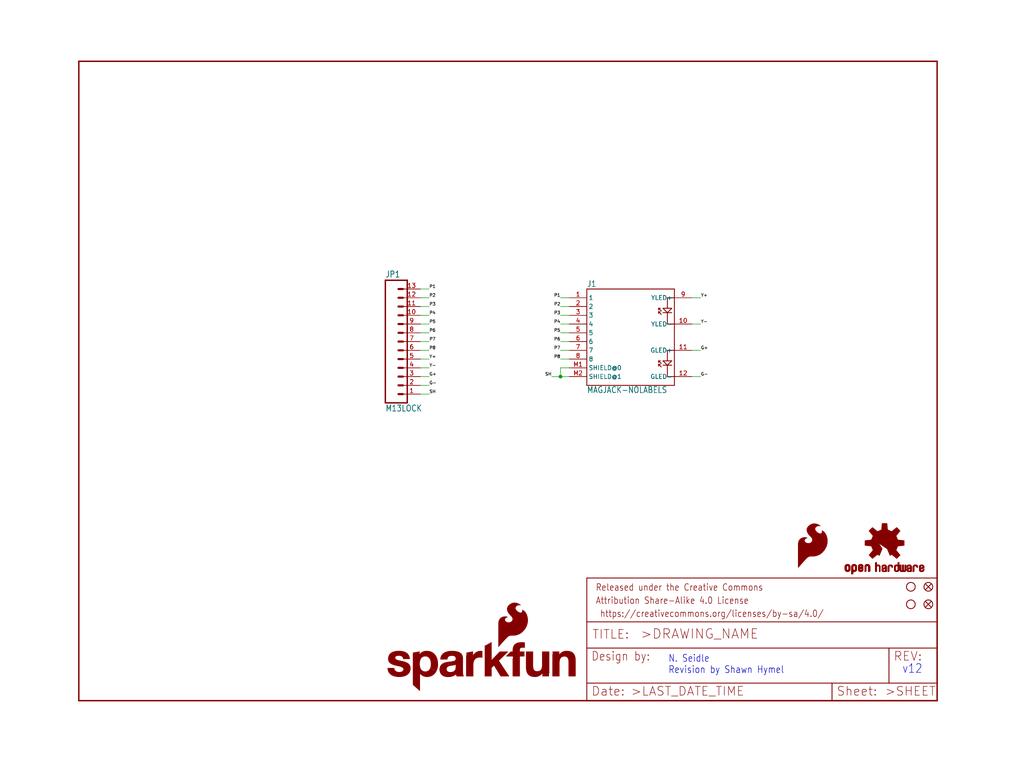
<source format=kicad_sch>
(kicad_sch (version 20211123) (generator eeschema)
  (paper "User" 297.002 223.926)
  (lib_symbols
    (symbol "eagleSchem-eagle-import:FIDUCIAL1X2")
    (symbol "eagleSchem-eagle-import:FRAME-LETTER"
      (symbol "FRAME-LETTER_2_0"
        (text " https://creativecommons.org/licenses/by-sa/4.0/" (at 2.54 24.13 0) (effects (font (size 1.9304 1.6408)) (justify left bottom)))
        (text ">DRAWING_NAME" (at 15.494 17.78 0) (effects (font (size 2.7432 2.7432)) (justify left bottom)))
        (text ">LAST_DATE_TIME" (at 12.7 1.27 0) (effects (font (size 2.54 2.54)) (justify left bottom)))
        (text ">SHEET" (at 86.36 1.27 0) (effects (font (size 2.54 2.54)) (justify left bottom)))
        (text "Attribution Share-Alike 4.0 License" (at 2.54 27.94 0) (effects (font (size 1.9304 1.6408)) (justify left bottom)))
        (text "Date:" (at 1.27 1.27 0) (effects (font (size 2.54 2.54)) (justify left bottom)))
        (text "Design by:" (at 1.27 11.43 0) (effects (font (size 2.54 2.159)) (justify left bottom)))
        (text "Released under the Creative Commons" (at 2.54 31.75 0) (effects (font (size 1.9304 1.6408)) (justify left bottom)))
        (text "REV:" (at 88.9 11.43 0) (effects (font (size 2.54 2.54)) (justify left bottom)))
        (text "Sheet:" (at 72.39 1.27 0) (effects (font (size 2.54 2.54)) (justify left bottom)))
        (text "TITLE:" (at 1.524 17.78 0) (effects (font (size 2.54 2.54)) (justify left bottom)))
      )
    )
    (symbol "eagleSchem-eagle-import:M13LOCK"
      (property "Reference" "JP" (at 0 18.542 0))
      (property "Value" "M13LOCK" (at 0 -20.32 0))
      (symbol "M13LOCK_1_0"
        (pin passive line (at 10.16 -15.24 180) (length 5.08) (name "1") (number "1"))
        (pin passive line (at 10.16 7.62 180) (length 5.08) (name "10") (number "10"))
        (pin passive line (at 10.16 10.16 180) (length 5.08) (name "11") (number "11"))
        (pin passive line (at 10.16 12.7 180) (length 5.08) (name "12") (number "12"))
        (pin passive line (at 10.16 15.24 180) (length 5.08) (name "13") (number "13"))
        (pin passive line (at 10.16 -12.7 180) (length 5.08) (name "2") (number "2"))
        (pin passive line (at 10.16 -10.16 180) (length 5.08) (name "3") (number "3"))
        (pin passive line (at 10.16 -7.62 180) (length 5.08) (name "4") (number "4"))
        (pin passive line (at 10.16 -5.08 180) (length 5.08) (name "5") (number "5"))
        (pin passive line (at 10.16 -2.54 180) (length 5.08) (name "6") (number "6"))
        (pin passive line (at 10.16 0 180) (length 5.08) (name "7") (number "7"))
        (pin passive line (at 10.16 2.54 180) (length 5.08) (name "8") (number "8"))
        (pin passive line (at 10.16 5.08 180) (length 5.08) (name "9") (number "9"))
      )
    )
    (symbol "eagleSchem-eagle-import:MAGJACK-NOLABELS"
      (property "Reference" "J" (at -12.7 13.208 0))
      (property "Value" "MAGJACK-NOLABELS" (at -12.7 -17.526 0))
      (symbol "MAGJACK-NOLABELS_1_0"
        (pin bidirectional line (at -17.78 10.16 0) (length 5.08) (name "1") (number "1"))
        (pin bidirectional line (at 17.78 2.54 180) (length 5.08) (name "YLED-") (number "10"))
        (pin bidirectional line (at 17.78 -5.08 180) (length 5.08) (name "GLED+") (number "11"))
        (pin bidirectional line (at 17.78 -12.7 180) (length 5.08) (name "GLED-") (number "12"))
        (pin bidirectional line (at -17.78 7.62 0) (length 5.08) (name "2") (number "2"))
        (pin bidirectional line (at -17.78 5.08 0) (length 5.08) (name "3") (number "3"))
        (pin bidirectional line (at -17.78 2.54 0) (length 5.08) (name "4") (number "4"))
        (pin bidirectional line (at -17.78 0 0) (length 5.08) (name "5") (number "5"))
        (pin bidirectional line (at -17.78 -2.54 0) (length 5.08) (name "6") (number "6"))
        (pin bidirectional line (at -17.78 -5.08 0) (length 5.08) (name "7") (number "7"))
        (pin bidirectional line (at -17.78 -7.62 0) (length 5.08) (name "8") (number "8"))
        (pin bidirectional line (at 17.78 10.16 180) (length 5.08) (name "YLED+") (number "9"))
        (pin bidirectional line (at -17.78 -10.16 0) (length 5.08) (name "SHIELD@0") (number "M1"))
        (pin bidirectional line (at -17.78 -12.7 0) (length 5.08) (name "SHIELD@1") (number "M2"))
      )
    )
    (symbol "eagleSchem-eagle-import:OSHW-LOGOS")
    (symbol "eagleSchem-eagle-import:SFE_LOGO_FLAME.1_INCH")
    (symbol "eagleSchem-eagle-import:SFE_LOGO_NAME_FLAME.1_INCH")
    (symbol "eagleSchem-eagle-import:STAND-OFF")
  )
  (junction (at 162.56 109.22))
  (wire (pts (xy 200.66 109.22) (xy 203.2 109.22)))
  (wire (pts (xy 165.1 101.6) (xy 162.56 101.6)))
  (wire (pts (xy 121.92 83.82) (xy 124.46 83.82)))
  (wire (pts (xy 162.56 109.22) (xy 160.02 109.22)))
  (wire (pts (xy 124.46 99.06) (xy 121.92 99.06)))
  (wire (pts (xy 165.1 88.9) (xy 162.56 88.9)))
  (wire (pts (xy 124.46 109.22) (xy 121.92 109.22)))
  (wire (pts (xy 200.66 101.6) (xy 203.2 101.6)))
  (wire (pts (xy 124.46 91.44) (xy 121.92 91.44)))
  (wire (pts (xy 165.1 96.52) (xy 162.56 96.52)))
  (wire (pts (xy 121.92 104.14) (xy 124.46 104.14)))
  (wire (pts (xy 165.1 99.06) (xy 162.56 99.06)))
  (wire (pts (xy 121.92 114.3) (xy 124.46 114.3)))
  (wire (pts (xy 165.1 104.14) (xy 162.56 104.14)))
  (wire (pts (xy 121.92 101.6) (xy 124.46 101.6)))
  (wire (pts (xy 121.92 86.36) (xy 124.46 86.36)))
  (wire (pts (xy 124.46 88.9) (xy 121.92 88.9)))
  (wire (pts (xy 165.1 86.36) (xy 162.56 86.36)))
  (wire (pts (xy 165.1 93.98) (xy 162.56 93.98)))
  (wire (pts (xy 165.1 106.68) (xy 162.56 106.68)))
  (wire (pts (xy 165.1 91.44) (xy 162.56 91.44)))
  (wire (pts (xy 124.46 111.76) (xy 121.92 111.76)))
  (wire (pts (xy 165.1 109.22) (xy 162.56 109.22)))
  (wire (pts (xy 124.46 93.98) (xy 121.92 93.98)))
  (wire (pts (xy 200.66 93.98) (xy 203.2 93.98)))
  (wire (pts (xy 200.66 86.36) (xy 203.2 86.36)))
  (wire (pts (xy 162.56 106.68) (xy 162.56 109.22)))
  (wire (pts (xy 124.46 96.52) (xy 121.92 96.52)))
  (wire (pts (xy 121.92 106.68) (xy 124.46 106.68)))
  (text "v12" (at 261.62 195.58 180) (effects (font (size 2.54 2.159)) (justify left bottom)))
  (text "N. Seidle\nRevision by Shawn Hymel" (at 193.802 195.58 180) (effects (font (size 2.032 1.7272)) (justify left bottom)))
  (label "P7" (at 124.46 99.06 0) (effects (font (size 0.889 0.889))))
  (label "P3" (at 124.46 88.9 0) (effects (font (size 0.889 0.889))))
  (label "P3" (at 162.56 91.44 180) (effects (font (size 0.889 0.889))))
  (label "SH" (at 124.46 114.3 0) (effects (font (size 0.889 0.889))))
  (label "P1" (at 124.46 83.82 0) (effects (font (size 0.889 0.889))))
  (label "P4" (at 124.46 91.44 0) (effects (font (size 0.889 0.889))))
  (label "P8" (at 124.46 101.6 0) (effects (font (size 0.889 0.889))))
  (label "Y-" (at 203.2 93.98 0) (effects (font (size 0.889 0.889))))
  (label "P1" (at 162.56 86.36 180) (effects (font (size 0.889 0.889))))
  (label "G-" (at 124.46 111.76 0) (effects (font (size 0.889 0.889))))
  (label "G+" (at 124.46 109.22 0) (effects (font (size 0.889 0.889))))
  (label "G+" (at 203.2 101.6 0) (effects (font (size 0.889 0.889))))
  (label "Y-" (at 124.46 106.68 0) (effects (font (size 0.889 0.889))))
  (label "P6" (at 124.46 96.52 0) (effects (font (size 0.889 0.889))))
  (label "SH" (at 160.02 109.22 180) (effects (font (size 0.889 0.889))))
  (label "P4" (at 162.56 93.98 180) (effects (font (size 0.889 0.889))))
  (label "P6" (at 162.56 99.06 180) (effects (font (size 0.889 0.889))))
  (label "P7" (at 162.56 101.6 180) (effects (font (size 0.889 0.889))))
  (label "P5" (at 162.56 96.52 180) (effects (font (size 0.889 0.889))))
  (label "Y+" (at 203.2 86.36 0) (effects (font (size 0.889 0.889))))
  (label "G-" (at 203.2 109.22 0) (effects (font (size 0.889 0.889))))
  (label "P2" (at 162.56 88.9 180) (effects (font (size 0.889 0.889))))
  (label "P2" (at 124.46 86.36 0) (effects (font (size 0.889 0.889))))
  (label "Y+" (at 124.46 104.14 0) (effects (font (size 0.889 0.889))))
  (label "P5" (at 124.46 93.98 0) (effects (font (size 0.889 0.889))))
  (label "P8" (at 162.56 104.14 180) (effects (font (size 0.889 0.889))))
  (symbol (lib_id "eagleSchem-eagle-import:STAND-OFF") (at 264.16 175.26 0) (unit 1)
    (property "Reference" "STANDOFF5" (effects hide))
    (property "Value" "STAND-OFF" (effects hide))
    (property "Footprint" "eagleSchem:STAND-OFF" (effects hide))
  )
  (symbol (lib_id "eagleSchem-eagle-import:M13LOCK") (at 111.76 99.06 0) (unit 1)
    (property "Reference" "JP1" (at 111.76 80.518 0) (effects (font (size 1.778 1.5113)) (justify left bottom)))
    (property "Value" "M13LOCK" (at 111.76 119.38 0) (effects (font (size 1.778 1.5113)) (justify left bottom)))
    (property "Footprint" "eagleSchem:1X13_LOCK" (effects hide))
  )
  (symbol (lib_id "eagleSchem-eagle-import:FRAME-LETTER") (at 170.18 203.2 0) (unit 2)
    (property "Reference" "FRAME1" (effects hide))
    (property "Value" "FRAME-LETTER" (effects hide))
    (property "Footprint" "eagleSchem:CREATIVE_COMMONS" (effects hide))
  )
  (symbol (lib_id "eagleSchem-eagle-import:OSHW-LOGOS") (at 256.54 157.48 0) (unit 1)
    (property "Reference" "LOGO1" (effects hide))
    (property "Value" "OSHW-LOGOS" (effects hide))
    (property "Footprint" "eagleSchem:OSHW-LOGO-S" (effects hide))
  )
  (symbol (lib_id "eagleSchem-eagle-import:SFE_LOGO_NAME_FLAME.1_INCH") (at 111.76 200.66 0) (unit 1)
    (property "Reference" "LOGO3" (effects hide))
    (property "Value" "SFE_LOGO_NAME_FLAME.1_INCH" (effects hide))
    (property "Footprint" "eagleSchem:SFE_LOGO_NAME_FLAME_.1" (effects hide))
  )
  (symbol (lib_id "eagleSchem-eagle-import:SFE_LOGO_FLAME.1_INCH") (at 231.14 165.1 0) (unit 1)
    (property "Reference" "LOGO2" (effects hide))
    (property "Value" "SFE_LOGO_FLAME.1_INCH" (effects hide))
    (property "Footprint" "eagleSchem:SFE_LOGO_FLAME_.1" (effects hide))
  )
  (symbol (lib_id "eagleSchem-eagle-import:FIDUCIAL1X2") (at 269.24 170.18 0) (unit 1)
    (property "Reference" "FID2" (effects hide))
    (property "Value" "FIDUCIAL1X2" (effects hide))
    (property "Footprint" "eagleSchem:FIDUCIAL-1X2" (effects hide))
  )
  (symbol (lib_id "eagleSchem-eagle-import:MAGJACK-NOLABELS") (at 182.88 96.52 0) (unit 1)
    (property "Reference" "J1" (at 170.18 83.312 0) (effects (font (size 1.778 1.5113)) (justify left bottom)))
    (property "Value" "MAGJACK-NOLABELS" (at 170.18 114.046 0) (effects (font (size 1.778 1.5113)) (justify left bottom)))
    (property "Footprint" "eagleSchem:MAGJACK" (effects hide))
  )
  (symbol (lib_id "eagleSchem-eagle-import:FIDUCIAL1X2") (at 269.24 175.26 0) (unit 1)
    (property "Reference" "FID1" (effects hide))
    (property "Value" "FIDUCIAL1X2" (effects hide))
    (property "Footprint" "eagleSchem:FIDUCIAL-1X2" (effects hide))
  )
  (symbol (lib_id "eagleSchem-eagle-import:FRAME-LETTER") (at 22.86 203.2 0) (unit 1)
    (property "Reference" "FRAME1" (effects hide))
    (property "Value" "FRAME-LETTER" (effects hide))
    (property "Footprint" "eagleSchem:CREATIVE_COMMONS" (effects hide))
  )
  (symbol (lib_id "eagleSchem-eagle-import:STAND-OFF") (at 264.16 170.18 0) (unit 1)
    (property "Reference" "STANDOFF3" (effects hide))
    (property "Value" "STAND-OFF" (effects hide))
    (property "Footprint" "eagleSchem:STAND-OFF" (effects hide))
  )
)
</source>
